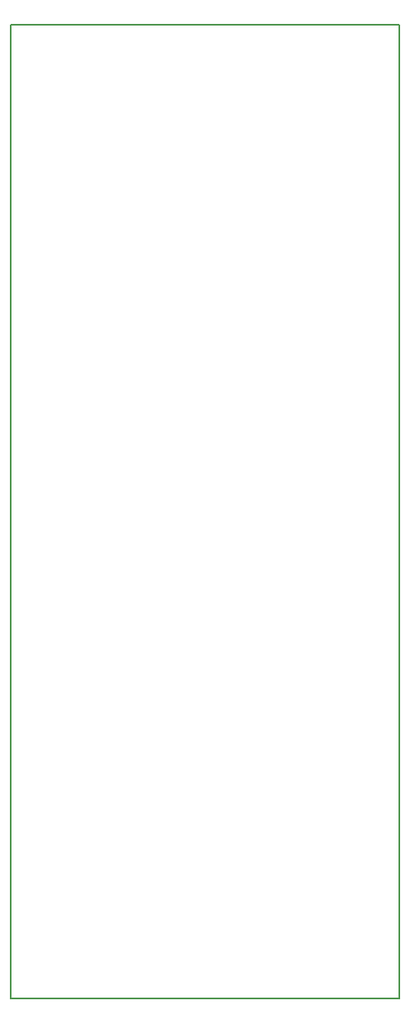
<source format=gbr>
%TF.GenerationSoftware,KiCad,Pcbnew,(6.0.6)*%
%TF.CreationDate,2022-11-26T15:19:53+01:00*%
%TF.ProjectId,vcer-midi-to-cv,76636572-2d6d-4696-9469-2d746f2d6376,rev?*%
%TF.SameCoordinates,Original*%
%TF.FileFunction,Profile,NP*%
%FSLAX46Y46*%
G04 Gerber Fmt 4.6, Leading zero omitted, Abs format (unit mm)*
G04 Created by KiCad (PCBNEW (6.0.6)) date 2022-11-26 15:19:53*
%MOMM*%
%LPD*%
G01*
G04 APERTURE LIST*
%TA.AperFunction,Profile*%
%ADD10C,0.200000*%
%TD*%
G04 APERTURE END LIST*
D10*
X100000000Y-100000000D02*
X100000000Y0D01*
X140000000Y-100000000D02*
X140000000Y0D01*
X100000000Y0D02*
X140000000Y0D01*
X100000000Y-100000000D02*
X140000000Y-100000000D01*
M02*

</source>
